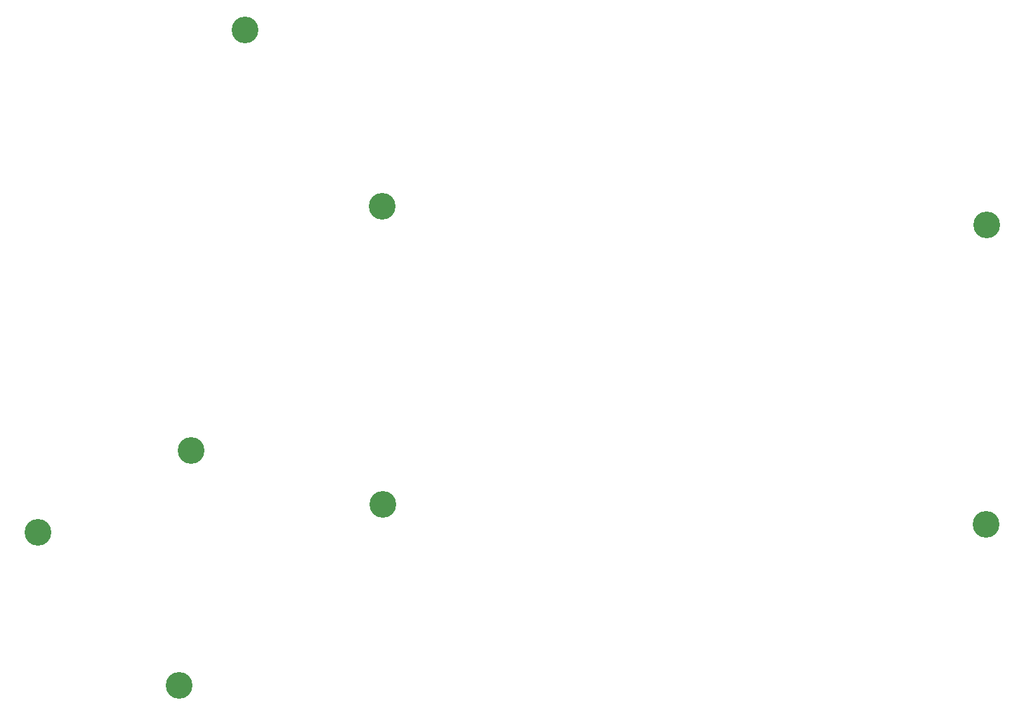
<source format=gbr>
%TF.GenerationSoftware,KiCad,Pcbnew,7.0.5-0*%
%TF.CreationDate,2024-02-11T16:28:25-08:00*%
%TF.ProjectId,Sofle_Pico_Bottom_Plate,536f666c-655f-4506-9963-6f5f426f7474,3.5.5*%
%TF.SameCoordinates,Original*%
%TF.FileFunction,Soldermask,Bot*%
%TF.FilePolarity,Negative*%
%FSLAX46Y46*%
G04 Gerber Fmt 4.6, Leading zero omitted, Abs format (unit mm)*
G04 Created by KiCad (PCBNEW 7.0.5-0) date 2024-02-11 16:28:25*
%MOMM*%
%LPD*%
G01*
G04 APERTURE LIST*
%ADD10C,3.400000*%
G04 APERTURE END LIST*
D10*
%TO.C,TH2*%
X103110000Y-97040000D03*
%TD*%
%TO.C,TH1*%
X83619033Y-107450000D03*
%TD*%
%TO.C,TH8*%
X101560000Y-126980000D03*
%TD*%
%TO.C,TH3*%
X127410000Y-65960000D03*
%TD*%
%TO.C,TH6*%
X204245000Y-106475000D03*
%TD*%
%TO.C,TH5*%
X127500000Y-103910000D03*
%TD*%
%TO.C,TH4*%
X204260000Y-68360000D03*
%TD*%
%TO.C,TH7*%
X109980000Y-43567432D03*
%TD*%
M02*

</source>
